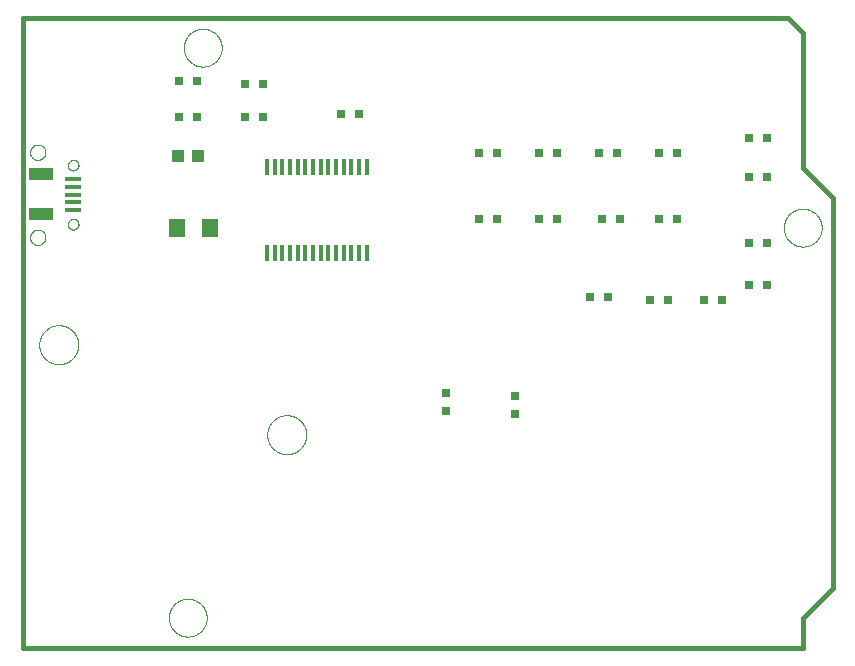
<source format=gtp>
G75*
%MOIN*%
%OFA0B0*%
%FSLAX25Y25*%
%IPPOS*%
%LPD*%
%AMOC8*
5,1,8,0,0,1.08239X$1,22.5*
%
%ADD10C,0.01600*%
%ADD11C,0.00000*%
%ADD12R,0.03150X0.03150*%
%ADD13R,0.05512X0.06299*%
%ADD14R,0.04331X0.03937*%
%ADD15R,0.01370X0.05500*%
%ADD16R,0.05315X0.01378*%
%ADD17R,0.08268X0.04331*%
D10*
X0027000Y0006800D02*
X0027000Y0216800D01*
X0282000Y0216800D01*
X0287000Y0211800D01*
X0287000Y0166800D01*
X0297000Y0156800D01*
X0297000Y0026800D01*
X0287000Y0016800D01*
X0287000Y0006800D01*
X0027000Y0006800D01*
D11*
X0075701Y0016800D02*
X0075703Y0016958D01*
X0075709Y0017116D01*
X0075719Y0017274D01*
X0075733Y0017432D01*
X0075751Y0017589D01*
X0075772Y0017746D01*
X0075798Y0017902D01*
X0075828Y0018058D01*
X0075861Y0018213D01*
X0075899Y0018366D01*
X0075940Y0018519D01*
X0075985Y0018671D01*
X0076034Y0018822D01*
X0076087Y0018971D01*
X0076143Y0019119D01*
X0076203Y0019265D01*
X0076267Y0019410D01*
X0076335Y0019553D01*
X0076406Y0019695D01*
X0076480Y0019835D01*
X0076558Y0019972D01*
X0076640Y0020108D01*
X0076724Y0020242D01*
X0076813Y0020373D01*
X0076904Y0020502D01*
X0076999Y0020629D01*
X0077096Y0020754D01*
X0077197Y0020876D01*
X0077301Y0020995D01*
X0077408Y0021112D01*
X0077518Y0021226D01*
X0077631Y0021337D01*
X0077746Y0021446D01*
X0077864Y0021551D01*
X0077985Y0021653D01*
X0078108Y0021753D01*
X0078234Y0021849D01*
X0078362Y0021942D01*
X0078492Y0022032D01*
X0078625Y0022118D01*
X0078760Y0022202D01*
X0078896Y0022281D01*
X0079035Y0022358D01*
X0079176Y0022430D01*
X0079318Y0022500D01*
X0079462Y0022565D01*
X0079608Y0022627D01*
X0079755Y0022685D01*
X0079904Y0022740D01*
X0080054Y0022791D01*
X0080205Y0022838D01*
X0080357Y0022881D01*
X0080510Y0022920D01*
X0080665Y0022956D01*
X0080820Y0022987D01*
X0080976Y0023015D01*
X0081132Y0023039D01*
X0081289Y0023059D01*
X0081447Y0023075D01*
X0081604Y0023087D01*
X0081763Y0023095D01*
X0081921Y0023099D01*
X0082079Y0023099D01*
X0082237Y0023095D01*
X0082396Y0023087D01*
X0082553Y0023075D01*
X0082711Y0023059D01*
X0082868Y0023039D01*
X0083024Y0023015D01*
X0083180Y0022987D01*
X0083335Y0022956D01*
X0083490Y0022920D01*
X0083643Y0022881D01*
X0083795Y0022838D01*
X0083946Y0022791D01*
X0084096Y0022740D01*
X0084245Y0022685D01*
X0084392Y0022627D01*
X0084538Y0022565D01*
X0084682Y0022500D01*
X0084824Y0022430D01*
X0084965Y0022358D01*
X0085104Y0022281D01*
X0085240Y0022202D01*
X0085375Y0022118D01*
X0085508Y0022032D01*
X0085638Y0021942D01*
X0085766Y0021849D01*
X0085892Y0021753D01*
X0086015Y0021653D01*
X0086136Y0021551D01*
X0086254Y0021446D01*
X0086369Y0021337D01*
X0086482Y0021226D01*
X0086592Y0021112D01*
X0086699Y0020995D01*
X0086803Y0020876D01*
X0086904Y0020754D01*
X0087001Y0020629D01*
X0087096Y0020502D01*
X0087187Y0020373D01*
X0087276Y0020242D01*
X0087360Y0020108D01*
X0087442Y0019972D01*
X0087520Y0019835D01*
X0087594Y0019695D01*
X0087665Y0019553D01*
X0087733Y0019410D01*
X0087797Y0019265D01*
X0087857Y0019119D01*
X0087913Y0018971D01*
X0087966Y0018822D01*
X0088015Y0018671D01*
X0088060Y0018519D01*
X0088101Y0018366D01*
X0088139Y0018213D01*
X0088172Y0018058D01*
X0088202Y0017902D01*
X0088228Y0017746D01*
X0088249Y0017589D01*
X0088267Y0017432D01*
X0088281Y0017274D01*
X0088291Y0017116D01*
X0088297Y0016958D01*
X0088299Y0016800D01*
X0088297Y0016642D01*
X0088291Y0016484D01*
X0088281Y0016326D01*
X0088267Y0016168D01*
X0088249Y0016011D01*
X0088228Y0015854D01*
X0088202Y0015698D01*
X0088172Y0015542D01*
X0088139Y0015387D01*
X0088101Y0015234D01*
X0088060Y0015081D01*
X0088015Y0014929D01*
X0087966Y0014778D01*
X0087913Y0014629D01*
X0087857Y0014481D01*
X0087797Y0014335D01*
X0087733Y0014190D01*
X0087665Y0014047D01*
X0087594Y0013905D01*
X0087520Y0013765D01*
X0087442Y0013628D01*
X0087360Y0013492D01*
X0087276Y0013358D01*
X0087187Y0013227D01*
X0087096Y0013098D01*
X0087001Y0012971D01*
X0086904Y0012846D01*
X0086803Y0012724D01*
X0086699Y0012605D01*
X0086592Y0012488D01*
X0086482Y0012374D01*
X0086369Y0012263D01*
X0086254Y0012154D01*
X0086136Y0012049D01*
X0086015Y0011947D01*
X0085892Y0011847D01*
X0085766Y0011751D01*
X0085638Y0011658D01*
X0085508Y0011568D01*
X0085375Y0011482D01*
X0085240Y0011398D01*
X0085104Y0011319D01*
X0084965Y0011242D01*
X0084824Y0011170D01*
X0084682Y0011100D01*
X0084538Y0011035D01*
X0084392Y0010973D01*
X0084245Y0010915D01*
X0084096Y0010860D01*
X0083946Y0010809D01*
X0083795Y0010762D01*
X0083643Y0010719D01*
X0083490Y0010680D01*
X0083335Y0010644D01*
X0083180Y0010613D01*
X0083024Y0010585D01*
X0082868Y0010561D01*
X0082711Y0010541D01*
X0082553Y0010525D01*
X0082396Y0010513D01*
X0082237Y0010505D01*
X0082079Y0010501D01*
X0081921Y0010501D01*
X0081763Y0010505D01*
X0081604Y0010513D01*
X0081447Y0010525D01*
X0081289Y0010541D01*
X0081132Y0010561D01*
X0080976Y0010585D01*
X0080820Y0010613D01*
X0080665Y0010644D01*
X0080510Y0010680D01*
X0080357Y0010719D01*
X0080205Y0010762D01*
X0080054Y0010809D01*
X0079904Y0010860D01*
X0079755Y0010915D01*
X0079608Y0010973D01*
X0079462Y0011035D01*
X0079318Y0011100D01*
X0079176Y0011170D01*
X0079035Y0011242D01*
X0078896Y0011319D01*
X0078760Y0011398D01*
X0078625Y0011482D01*
X0078492Y0011568D01*
X0078362Y0011658D01*
X0078234Y0011751D01*
X0078108Y0011847D01*
X0077985Y0011947D01*
X0077864Y0012049D01*
X0077746Y0012154D01*
X0077631Y0012263D01*
X0077518Y0012374D01*
X0077408Y0012488D01*
X0077301Y0012605D01*
X0077197Y0012724D01*
X0077096Y0012846D01*
X0076999Y0012971D01*
X0076904Y0013098D01*
X0076813Y0013227D01*
X0076724Y0013358D01*
X0076640Y0013492D01*
X0076558Y0013628D01*
X0076480Y0013765D01*
X0076406Y0013905D01*
X0076335Y0014047D01*
X0076267Y0014190D01*
X0076203Y0014335D01*
X0076143Y0014481D01*
X0076087Y0014629D01*
X0076034Y0014778D01*
X0075985Y0014929D01*
X0075940Y0015081D01*
X0075899Y0015234D01*
X0075861Y0015387D01*
X0075828Y0015542D01*
X0075798Y0015698D01*
X0075772Y0015854D01*
X0075751Y0016011D01*
X0075733Y0016168D01*
X0075719Y0016326D01*
X0075709Y0016484D01*
X0075703Y0016642D01*
X0075701Y0016800D01*
X0108500Y0077800D02*
X0108502Y0077961D01*
X0108508Y0078121D01*
X0108518Y0078282D01*
X0108532Y0078442D01*
X0108550Y0078602D01*
X0108571Y0078761D01*
X0108597Y0078920D01*
X0108627Y0079078D01*
X0108660Y0079235D01*
X0108698Y0079392D01*
X0108739Y0079547D01*
X0108784Y0079701D01*
X0108833Y0079854D01*
X0108886Y0080006D01*
X0108942Y0080157D01*
X0109003Y0080306D01*
X0109066Y0080454D01*
X0109134Y0080600D01*
X0109205Y0080744D01*
X0109279Y0080886D01*
X0109357Y0081027D01*
X0109439Y0081165D01*
X0109524Y0081302D01*
X0109612Y0081436D01*
X0109704Y0081568D01*
X0109799Y0081698D01*
X0109897Y0081826D01*
X0109998Y0081951D01*
X0110102Y0082073D01*
X0110209Y0082193D01*
X0110319Y0082310D01*
X0110432Y0082425D01*
X0110548Y0082536D01*
X0110667Y0082645D01*
X0110788Y0082750D01*
X0110912Y0082853D01*
X0111038Y0082953D01*
X0111166Y0083049D01*
X0111297Y0083142D01*
X0111431Y0083232D01*
X0111566Y0083319D01*
X0111704Y0083402D01*
X0111843Y0083482D01*
X0111985Y0083558D01*
X0112128Y0083631D01*
X0112273Y0083700D01*
X0112420Y0083766D01*
X0112568Y0083828D01*
X0112718Y0083886D01*
X0112869Y0083941D01*
X0113022Y0083992D01*
X0113176Y0084039D01*
X0113331Y0084082D01*
X0113487Y0084121D01*
X0113643Y0084157D01*
X0113801Y0084188D01*
X0113959Y0084216D01*
X0114118Y0084240D01*
X0114278Y0084260D01*
X0114438Y0084276D01*
X0114598Y0084288D01*
X0114759Y0084296D01*
X0114920Y0084300D01*
X0115080Y0084300D01*
X0115241Y0084296D01*
X0115402Y0084288D01*
X0115562Y0084276D01*
X0115722Y0084260D01*
X0115882Y0084240D01*
X0116041Y0084216D01*
X0116199Y0084188D01*
X0116357Y0084157D01*
X0116513Y0084121D01*
X0116669Y0084082D01*
X0116824Y0084039D01*
X0116978Y0083992D01*
X0117131Y0083941D01*
X0117282Y0083886D01*
X0117432Y0083828D01*
X0117580Y0083766D01*
X0117727Y0083700D01*
X0117872Y0083631D01*
X0118015Y0083558D01*
X0118157Y0083482D01*
X0118296Y0083402D01*
X0118434Y0083319D01*
X0118569Y0083232D01*
X0118703Y0083142D01*
X0118834Y0083049D01*
X0118962Y0082953D01*
X0119088Y0082853D01*
X0119212Y0082750D01*
X0119333Y0082645D01*
X0119452Y0082536D01*
X0119568Y0082425D01*
X0119681Y0082310D01*
X0119791Y0082193D01*
X0119898Y0082073D01*
X0120002Y0081951D01*
X0120103Y0081826D01*
X0120201Y0081698D01*
X0120296Y0081568D01*
X0120388Y0081436D01*
X0120476Y0081302D01*
X0120561Y0081165D01*
X0120643Y0081027D01*
X0120721Y0080886D01*
X0120795Y0080744D01*
X0120866Y0080600D01*
X0120934Y0080454D01*
X0120997Y0080306D01*
X0121058Y0080157D01*
X0121114Y0080006D01*
X0121167Y0079854D01*
X0121216Y0079701D01*
X0121261Y0079547D01*
X0121302Y0079392D01*
X0121340Y0079235D01*
X0121373Y0079078D01*
X0121403Y0078920D01*
X0121429Y0078761D01*
X0121450Y0078602D01*
X0121468Y0078442D01*
X0121482Y0078282D01*
X0121492Y0078121D01*
X0121498Y0077961D01*
X0121500Y0077800D01*
X0121498Y0077639D01*
X0121492Y0077479D01*
X0121482Y0077318D01*
X0121468Y0077158D01*
X0121450Y0076998D01*
X0121429Y0076839D01*
X0121403Y0076680D01*
X0121373Y0076522D01*
X0121340Y0076365D01*
X0121302Y0076208D01*
X0121261Y0076053D01*
X0121216Y0075899D01*
X0121167Y0075746D01*
X0121114Y0075594D01*
X0121058Y0075443D01*
X0120997Y0075294D01*
X0120934Y0075146D01*
X0120866Y0075000D01*
X0120795Y0074856D01*
X0120721Y0074714D01*
X0120643Y0074573D01*
X0120561Y0074435D01*
X0120476Y0074298D01*
X0120388Y0074164D01*
X0120296Y0074032D01*
X0120201Y0073902D01*
X0120103Y0073774D01*
X0120002Y0073649D01*
X0119898Y0073527D01*
X0119791Y0073407D01*
X0119681Y0073290D01*
X0119568Y0073175D01*
X0119452Y0073064D01*
X0119333Y0072955D01*
X0119212Y0072850D01*
X0119088Y0072747D01*
X0118962Y0072647D01*
X0118834Y0072551D01*
X0118703Y0072458D01*
X0118569Y0072368D01*
X0118434Y0072281D01*
X0118296Y0072198D01*
X0118157Y0072118D01*
X0118015Y0072042D01*
X0117872Y0071969D01*
X0117727Y0071900D01*
X0117580Y0071834D01*
X0117432Y0071772D01*
X0117282Y0071714D01*
X0117131Y0071659D01*
X0116978Y0071608D01*
X0116824Y0071561D01*
X0116669Y0071518D01*
X0116513Y0071479D01*
X0116357Y0071443D01*
X0116199Y0071412D01*
X0116041Y0071384D01*
X0115882Y0071360D01*
X0115722Y0071340D01*
X0115562Y0071324D01*
X0115402Y0071312D01*
X0115241Y0071304D01*
X0115080Y0071300D01*
X0114920Y0071300D01*
X0114759Y0071304D01*
X0114598Y0071312D01*
X0114438Y0071324D01*
X0114278Y0071340D01*
X0114118Y0071360D01*
X0113959Y0071384D01*
X0113801Y0071412D01*
X0113643Y0071443D01*
X0113487Y0071479D01*
X0113331Y0071518D01*
X0113176Y0071561D01*
X0113022Y0071608D01*
X0112869Y0071659D01*
X0112718Y0071714D01*
X0112568Y0071772D01*
X0112420Y0071834D01*
X0112273Y0071900D01*
X0112128Y0071969D01*
X0111985Y0072042D01*
X0111843Y0072118D01*
X0111704Y0072198D01*
X0111566Y0072281D01*
X0111431Y0072368D01*
X0111297Y0072458D01*
X0111166Y0072551D01*
X0111038Y0072647D01*
X0110912Y0072747D01*
X0110788Y0072850D01*
X0110667Y0072955D01*
X0110548Y0073064D01*
X0110432Y0073175D01*
X0110319Y0073290D01*
X0110209Y0073407D01*
X0110102Y0073527D01*
X0109998Y0073649D01*
X0109897Y0073774D01*
X0109799Y0073902D01*
X0109704Y0074032D01*
X0109612Y0074164D01*
X0109524Y0074298D01*
X0109439Y0074435D01*
X0109357Y0074573D01*
X0109279Y0074714D01*
X0109205Y0074856D01*
X0109134Y0075000D01*
X0109066Y0075146D01*
X0109003Y0075294D01*
X0108942Y0075443D01*
X0108886Y0075594D01*
X0108833Y0075746D01*
X0108784Y0075899D01*
X0108739Y0076053D01*
X0108698Y0076208D01*
X0108660Y0076365D01*
X0108627Y0076522D01*
X0108597Y0076680D01*
X0108571Y0076839D01*
X0108550Y0076998D01*
X0108532Y0077158D01*
X0108518Y0077318D01*
X0108508Y0077479D01*
X0108502Y0077639D01*
X0108500Y0077800D01*
X0032500Y0107800D02*
X0032502Y0107961D01*
X0032508Y0108121D01*
X0032518Y0108282D01*
X0032532Y0108442D01*
X0032550Y0108602D01*
X0032571Y0108761D01*
X0032597Y0108920D01*
X0032627Y0109078D01*
X0032660Y0109235D01*
X0032698Y0109392D01*
X0032739Y0109547D01*
X0032784Y0109701D01*
X0032833Y0109854D01*
X0032886Y0110006D01*
X0032942Y0110157D01*
X0033003Y0110306D01*
X0033066Y0110454D01*
X0033134Y0110600D01*
X0033205Y0110744D01*
X0033279Y0110886D01*
X0033357Y0111027D01*
X0033439Y0111165D01*
X0033524Y0111302D01*
X0033612Y0111436D01*
X0033704Y0111568D01*
X0033799Y0111698D01*
X0033897Y0111826D01*
X0033998Y0111951D01*
X0034102Y0112073D01*
X0034209Y0112193D01*
X0034319Y0112310D01*
X0034432Y0112425D01*
X0034548Y0112536D01*
X0034667Y0112645D01*
X0034788Y0112750D01*
X0034912Y0112853D01*
X0035038Y0112953D01*
X0035166Y0113049D01*
X0035297Y0113142D01*
X0035431Y0113232D01*
X0035566Y0113319D01*
X0035704Y0113402D01*
X0035843Y0113482D01*
X0035985Y0113558D01*
X0036128Y0113631D01*
X0036273Y0113700D01*
X0036420Y0113766D01*
X0036568Y0113828D01*
X0036718Y0113886D01*
X0036869Y0113941D01*
X0037022Y0113992D01*
X0037176Y0114039D01*
X0037331Y0114082D01*
X0037487Y0114121D01*
X0037643Y0114157D01*
X0037801Y0114188D01*
X0037959Y0114216D01*
X0038118Y0114240D01*
X0038278Y0114260D01*
X0038438Y0114276D01*
X0038598Y0114288D01*
X0038759Y0114296D01*
X0038920Y0114300D01*
X0039080Y0114300D01*
X0039241Y0114296D01*
X0039402Y0114288D01*
X0039562Y0114276D01*
X0039722Y0114260D01*
X0039882Y0114240D01*
X0040041Y0114216D01*
X0040199Y0114188D01*
X0040357Y0114157D01*
X0040513Y0114121D01*
X0040669Y0114082D01*
X0040824Y0114039D01*
X0040978Y0113992D01*
X0041131Y0113941D01*
X0041282Y0113886D01*
X0041432Y0113828D01*
X0041580Y0113766D01*
X0041727Y0113700D01*
X0041872Y0113631D01*
X0042015Y0113558D01*
X0042157Y0113482D01*
X0042296Y0113402D01*
X0042434Y0113319D01*
X0042569Y0113232D01*
X0042703Y0113142D01*
X0042834Y0113049D01*
X0042962Y0112953D01*
X0043088Y0112853D01*
X0043212Y0112750D01*
X0043333Y0112645D01*
X0043452Y0112536D01*
X0043568Y0112425D01*
X0043681Y0112310D01*
X0043791Y0112193D01*
X0043898Y0112073D01*
X0044002Y0111951D01*
X0044103Y0111826D01*
X0044201Y0111698D01*
X0044296Y0111568D01*
X0044388Y0111436D01*
X0044476Y0111302D01*
X0044561Y0111165D01*
X0044643Y0111027D01*
X0044721Y0110886D01*
X0044795Y0110744D01*
X0044866Y0110600D01*
X0044934Y0110454D01*
X0044997Y0110306D01*
X0045058Y0110157D01*
X0045114Y0110006D01*
X0045167Y0109854D01*
X0045216Y0109701D01*
X0045261Y0109547D01*
X0045302Y0109392D01*
X0045340Y0109235D01*
X0045373Y0109078D01*
X0045403Y0108920D01*
X0045429Y0108761D01*
X0045450Y0108602D01*
X0045468Y0108442D01*
X0045482Y0108282D01*
X0045492Y0108121D01*
X0045498Y0107961D01*
X0045500Y0107800D01*
X0045498Y0107639D01*
X0045492Y0107479D01*
X0045482Y0107318D01*
X0045468Y0107158D01*
X0045450Y0106998D01*
X0045429Y0106839D01*
X0045403Y0106680D01*
X0045373Y0106522D01*
X0045340Y0106365D01*
X0045302Y0106208D01*
X0045261Y0106053D01*
X0045216Y0105899D01*
X0045167Y0105746D01*
X0045114Y0105594D01*
X0045058Y0105443D01*
X0044997Y0105294D01*
X0044934Y0105146D01*
X0044866Y0105000D01*
X0044795Y0104856D01*
X0044721Y0104714D01*
X0044643Y0104573D01*
X0044561Y0104435D01*
X0044476Y0104298D01*
X0044388Y0104164D01*
X0044296Y0104032D01*
X0044201Y0103902D01*
X0044103Y0103774D01*
X0044002Y0103649D01*
X0043898Y0103527D01*
X0043791Y0103407D01*
X0043681Y0103290D01*
X0043568Y0103175D01*
X0043452Y0103064D01*
X0043333Y0102955D01*
X0043212Y0102850D01*
X0043088Y0102747D01*
X0042962Y0102647D01*
X0042834Y0102551D01*
X0042703Y0102458D01*
X0042569Y0102368D01*
X0042434Y0102281D01*
X0042296Y0102198D01*
X0042157Y0102118D01*
X0042015Y0102042D01*
X0041872Y0101969D01*
X0041727Y0101900D01*
X0041580Y0101834D01*
X0041432Y0101772D01*
X0041282Y0101714D01*
X0041131Y0101659D01*
X0040978Y0101608D01*
X0040824Y0101561D01*
X0040669Y0101518D01*
X0040513Y0101479D01*
X0040357Y0101443D01*
X0040199Y0101412D01*
X0040041Y0101384D01*
X0039882Y0101360D01*
X0039722Y0101340D01*
X0039562Y0101324D01*
X0039402Y0101312D01*
X0039241Y0101304D01*
X0039080Y0101300D01*
X0038920Y0101300D01*
X0038759Y0101304D01*
X0038598Y0101312D01*
X0038438Y0101324D01*
X0038278Y0101340D01*
X0038118Y0101360D01*
X0037959Y0101384D01*
X0037801Y0101412D01*
X0037643Y0101443D01*
X0037487Y0101479D01*
X0037331Y0101518D01*
X0037176Y0101561D01*
X0037022Y0101608D01*
X0036869Y0101659D01*
X0036718Y0101714D01*
X0036568Y0101772D01*
X0036420Y0101834D01*
X0036273Y0101900D01*
X0036128Y0101969D01*
X0035985Y0102042D01*
X0035843Y0102118D01*
X0035704Y0102198D01*
X0035566Y0102281D01*
X0035431Y0102368D01*
X0035297Y0102458D01*
X0035166Y0102551D01*
X0035038Y0102647D01*
X0034912Y0102747D01*
X0034788Y0102850D01*
X0034667Y0102955D01*
X0034548Y0103064D01*
X0034432Y0103175D01*
X0034319Y0103290D01*
X0034209Y0103407D01*
X0034102Y0103527D01*
X0033998Y0103649D01*
X0033897Y0103774D01*
X0033799Y0103902D01*
X0033704Y0104032D01*
X0033612Y0104164D01*
X0033524Y0104298D01*
X0033439Y0104435D01*
X0033357Y0104573D01*
X0033279Y0104714D01*
X0033205Y0104856D01*
X0033134Y0105000D01*
X0033066Y0105146D01*
X0033003Y0105294D01*
X0032942Y0105443D01*
X0032886Y0105594D01*
X0032833Y0105746D01*
X0032784Y0105899D01*
X0032739Y0106053D01*
X0032698Y0106208D01*
X0032660Y0106365D01*
X0032627Y0106522D01*
X0032597Y0106680D01*
X0032571Y0106839D01*
X0032550Y0106998D01*
X0032532Y0107158D01*
X0032518Y0107318D01*
X0032508Y0107479D01*
X0032502Y0107639D01*
X0032500Y0107800D01*
X0029441Y0143627D02*
X0029443Y0143728D01*
X0029449Y0143829D01*
X0029459Y0143930D01*
X0029473Y0144030D01*
X0029491Y0144129D01*
X0029513Y0144228D01*
X0029538Y0144326D01*
X0029568Y0144423D01*
X0029601Y0144518D01*
X0029638Y0144612D01*
X0029679Y0144705D01*
X0029723Y0144796D01*
X0029771Y0144885D01*
X0029823Y0144972D01*
X0029878Y0145057D01*
X0029936Y0145139D01*
X0029997Y0145220D01*
X0030062Y0145298D01*
X0030129Y0145373D01*
X0030199Y0145445D01*
X0030273Y0145515D01*
X0030349Y0145582D01*
X0030427Y0145646D01*
X0030508Y0145706D01*
X0030591Y0145763D01*
X0030677Y0145817D01*
X0030765Y0145868D01*
X0030854Y0145915D01*
X0030945Y0145959D01*
X0031038Y0145998D01*
X0031133Y0146035D01*
X0031228Y0146067D01*
X0031325Y0146096D01*
X0031424Y0146120D01*
X0031522Y0146141D01*
X0031622Y0146158D01*
X0031722Y0146171D01*
X0031823Y0146180D01*
X0031924Y0146185D01*
X0032025Y0146186D01*
X0032126Y0146183D01*
X0032227Y0146176D01*
X0032328Y0146165D01*
X0032428Y0146150D01*
X0032527Y0146131D01*
X0032626Y0146108D01*
X0032723Y0146082D01*
X0032820Y0146051D01*
X0032915Y0146017D01*
X0033008Y0145979D01*
X0033101Y0145937D01*
X0033191Y0145892D01*
X0033280Y0145843D01*
X0033366Y0145791D01*
X0033450Y0145735D01*
X0033533Y0145676D01*
X0033612Y0145614D01*
X0033690Y0145549D01*
X0033764Y0145481D01*
X0033836Y0145409D01*
X0033905Y0145336D01*
X0033971Y0145259D01*
X0034034Y0145180D01*
X0034094Y0145098D01*
X0034150Y0145014D01*
X0034203Y0144928D01*
X0034253Y0144840D01*
X0034299Y0144750D01*
X0034342Y0144659D01*
X0034381Y0144565D01*
X0034416Y0144470D01*
X0034447Y0144374D01*
X0034475Y0144277D01*
X0034499Y0144179D01*
X0034519Y0144080D01*
X0034535Y0143980D01*
X0034547Y0143879D01*
X0034555Y0143779D01*
X0034559Y0143678D01*
X0034559Y0143576D01*
X0034555Y0143475D01*
X0034547Y0143375D01*
X0034535Y0143274D01*
X0034519Y0143174D01*
X0034499Y0143075D01*
X0034475Y0142977D01*
X0034447Y0142880D01*
X0034416Y0142784D01*
X0034381Y0142689D01*
X0034342Y0142595D01*
X0034299Y0142504D01*
X0034253Y0142414D01*
X0034203Y0142326D01*
X0034150Y0142240D01*
X0034094Y0142156D01*
X0034034Y0142074D01*
X0033971Y0141995D01*
X0033905Y0141918D01*
X0033836Y0141845D01*
X0033764Y0141773D01*
X0033690Y0141705D01*
X0033612Y0141640D01*
X0033533Y0141578D01*
X0033450Y0141519D01*
X0033366Y0141463D01*
X0033279Y0141411D01*
X0033191Y0141362D01*
X0033101Y0141317D01*
X0033008Y0141275D01*
X0032915Y0141237D01*
X0032820Y0141203D01*
X0032723Y0141172D01*
X0032626Y0141146D01*
X0032527Y0141123D01*
X0032428Y0141104D01*
X0032328Y0141089D01*
X0032227Y0141078D01*
X0032126Y0141071D01*
X0032025Y0141068D01*
X0031924Y0141069D01*
X0031823Y0141074D01*
X0031722Y0141083D01*
X0031622Y0141096D01*
X0031522Y0141113D01*
X0031424Y0141134D01*
X0031325Y0141158D01*
X0031228Y0141187D01*
X0031133Y0141219D01*
X0031038Y0141256D01*
X0030945Y0141295D01*
X0030854Y0141339D01*
X0030765Y0141386D01*
X0030677Y0141437D01*
X0030591Y0141491D01*
X0030508Y0141548D01*
X0030427Y0141608D01*
X0030349Y0141672D01*
X0030273Y0141739D01*
X0030199Y0141809D01*
X0030129Y0141881D01*
X0030062Y0141956D01*
X0029997Y0142034D01*
X0029936Y0142115D01*
X0029878Y0142197D01*
X0029823Y0142282D01*
X0029771Y0142369D01*
X0029723Y0142458D01*
X0029679Y0142549D01*
X0029638Y0142642D01*
X0029601Y0142736D01*
X0029568Y0142831D01*
X0029538Y0142928D01*
X0029513Y0143026D01*
X0029491Y0143125D01*
X0029473Y0143224D01*
X0029459Y0143324D01*
X0029449Y0143425D01*
X0029443Y0143526D01*
X0029441Y0143627D01*
X0042039Y0147957D02*
X0042041Y0148041D01*
X0042047Y0148124D01*
X0042057Y0148207D01*
X0042071Y0148290D01*
X0042088Y0148372D01*
X0042110Y0148453D01*
X0042135Y0148532D01*
X0042164Y0148611D01*
X0042197Y0148688D01*
X0042233Y0148763D01*
X0042273Y0148837D01*
X0042316Y0148909D01*
X0042363Y0148978D01*
X0042413Y0149045D01*
X0042466Y0149110D01*
X0042522Y0149172D01*
X0042580Y0149232D01*
X0042642Y0149289D01*
X0042706Y0149342D01*
X0042773Y0149393D01*
X0042842Y0149440D01*
X0042913Y0149485D01*
X0042986Y0149525D01*
X0043061Y0149562D01*
X0043138Y0149596D01*
X0043216Y0149626D01*
X0043295Y0149652D01*
X0043376Y0149675D01*
X0043458Y0149693D01*
X0043540Y0149708D01*
X0043623Y0149719D01*
X0043706Y0149726D01*
X0043790Y0149729D01*
X0043874Y0149728D01*
X0043957Y0149723D01*
X0044041Y0149714D01*
X0044123Y0149701D01*
X0044205Y0149685D01*
X0044286Y0149664D01*
X0044367Y0149640D01*
X0044445Y0149612D01*
X0044523Y0149580D01*
X0044599Y0149544D01*
X0044673Y0149505D01*
X0044745Y0149463D01*
X0044815Y0149417D01*
X0044883Y0149368D01*
X0044948Y0149316D01*
X0045011Y0149261D01*
X0045071Y0149203D01*
X0045129Y0149142D01*
X0045183Y0149078D01*
X0045235Y0149012D01*
X0045283Y0148944D01*
X0045328Y0148873D01*
X0045369Y0148800D01*
X0045408Y0148726D01*
X0045442Y0148650D01*
X0045473Y0148572D01*
X0045500Y0148493D01*
X0045524Y0148412D01*
X0045543Y0148331D01*
X0045559Y0148249D01*
X0045571Y0148166D01*
X0045579Y0148082D01*
X0045583Y0147999D01*
X0045583Y0147915D01*
X0045579Y0147832D01*
X0045571Y0147748D01*
X0045559Y0147665D01*
X0045543Y0147583D01*
X0045524Y0147502D01*
X0045500Y0147421D01*
X0045473Y0147342D01*
X0045442Y0147264D01*
X0045408Y0147188D01*
X0045369Y0147114D01*
X0045328Y0147041D01*
X0045283Y0146970D01*
X0045235Y0146902D01*
X0045183Y0146836D01*
X0045129Y0146772D01*
X0045071Y0146711D01*
X0045011Y0146653D01*
X0044948Y0146598D01*
X0044883Y0146546D01*
X0044815Y0146497D01*
X0044745Y0146451D01*
X0044673Y0146409D01*
X0044599Y0146370D01*
X0044523Y0146334D01*
X0044445Y0146302D01*
X0044367Y0146274D01*
X0044286Y0146250D01*
X0044205Y0146229D01*
X0044123Y0146213D01*
X0044041Y0146200D01*
X0043957Y0146191D01*
X0043874Y0146186D01*
X0043790Y0146185D01*
X0043706Y0146188D01*
X0043623Y0146195D01*
X0043540Y0146206D01*
X0043458Y0146221D01*
X0043376Y0146239D01*
X0043295Y0146262D01*
X0043216Y0146288D01*
X0043138Y0146318D01*
X0043061Y0146352D01*
X0042986Y0146389D01*
X0042913Y0146429D01*
X0042842Y0146474D01*
X0042773Y0146521D01*
X0042706Y0146572D01*
X0042642Y0146625D01*
X0042580Y0146682D01*
X0042522Y0146742D01*
X0042466Y0146804D01*
X0042413Y0146869D01*
X0042363Y0146936D01*
X0042316Y0147005D01*
X0042273Y0147077D01*
X0042233Y0147151D01*
X0042197Y0147226D01*
X0042164Y0147303D01*
X0042135Y0147382D01*
X0042110Y0147461D01*
X0042088Y0147542D01*
X0042071Y0147624D01*
X0042057Y0147707D01*
X0042047Y0147790D01*
X0042041Y0147873D01*
X0042039Y0147957D01*
X0042039Y0167643D02*
X0042041Y0167727D01*
X0042047Y0167810D01*
X0042057Y0167893D01*
X0042071Y0167976D01*
X0042088Y0168058D01*
X0042110Y0168139D01*
X0042135Y0168218D01*
X0042164Y0168297D01*
X0042197Y0168374D01*
X0042233Y0168449D01*
X0042273Y0168523D01*
X0042316Y0168595D01*
X0042363Y0168664D01*
X0042413Y0168731D01*
X0042466Y0168796D01*
X0042522Y0168858D01*
X0042580Y0168918D01*
X0042642Y0168975D01*
X0042706Y0169028D01*
X0042773Y0169079D01*
X0042842Y0169126D01*
X0042913Y0169171D01*
X0042986Y0169211D01*
X0043061Y0169248D01*
X0043138Y0169282D01*
X0043216Y0169312D01*
X0043295Y0169338D01*
X0043376Y0169361D01*
X0043458Y0169379D01*
X0043540Y0169394D01*
X0043623Y0169405D01*
X0043706Y0169412D01*
X0043790Y0169415D01*
X0043874Y0169414D01*
X0043957Y0169409D01*
X0044041Y0169400D01*
X0044123Y0169387D01*
X0044205Y0169371D01*
X0044286Y0169350D01*
X0044367Y0169326D01*
X0044445Y0169298D01*
X0044523Y0169266D01*
X0044599Y0169230D01*
X0044673Y0169191D01*
X0044745Y0169149D01*
X0044815Y0169103D01*
X0044883Y0169054D01*
X0044948Y0169002D01*
X0045011Y0168947D01*
X0045071Y0168889D01*
X0045129Y0168828D01*
X0045183Y0168764D01*
X0045235Y0168698D01*
X0045283Y0168630D01*
X0045328Y0168559D01*
X0045369Y0168486D01*
X0045408Y0168412D01*
X0045442Y0168336D01*
X0045473Y0168258D01*
X0045500Y0168179D01*
X0045524Y0168098D01*
X0045543Y0168017D01*
X0045559Y0167935D01*
X0045571Y0167852D01*
X0045579Y0167768D01*
X0045583Y0167685D01*
X0045583Y0167601D01*
X0045579Y0167518D01*
X0045571Y0167434D01*
X0045559Y0167351D01*
X0045543Y0167269D01*
X0045524Y0167188D01*
X0045500Y0167107D01*
X0045473Y0167028D01*
X0045442Y0166950D01*
X0045408Y0166874D01*
X0045369Y0166800D01*
X0045328Y0166727D01*
X0045283Y0166656D01*
X0045235Y0166588D01*
X0045183Y0166522D01*
X0045129Y0166458D01*
X0045071Y0166397D01*
X0045011Y0166339D01*
X0044948Y0166284D01*
X0044883Y0166232D01*
X0044815Y0166183D01*
X0044745Y0166137D01*
X0044673Y0166095D01*
X0044599Y0166056D01*
X0044523Y0166020D01*
X0044445Y0165988D01*
X0044367Y0165960D01*
X0044286Y0165936D01*
X0044205Y0165915D01*
X0044123Y0165899D01*
X0044041Y0165886D01*
X0043957Y0165877D01*
X0043874Y0165872D01*
X0043790Y0165871D01*
X0043706Y0165874D01*
X0043623Y0165881D01*
X0043540Y0165892D01*
X0043458Y0165907D01*
X0043376Y0165925D01*
X0043295Y0165948D01*
X0043216Y0165974D01*
X0043138Y0166004D01*
X0043061Y0166038D01*
X0042986Y0166075D01*
X0042913Y0166115D01*
X0042842Y0166160D01*
X0042773Y0166207D01*
X0042706Y0166258D01*
X0042642Y0166311D01*
X0042580Y0166368D01*
X0042522Y0166428D01*
X0042466Y0166490D01*
X0042413Y0166555D01*
X0042363Y0166622D01*
X0042316Y0166691D01*
X0042273Y0166763D01*
X0042233Y0166837D01*
X0042197Y0166912D01*
X0042164Y0166989D01*
X0042135Y0167068D01*
X0042110Y0167147D01*
X0042088Y0167228D01*
X0042071Y0167310D01*
X0042057Y0167393D01*
X0042047Y0167476D01*
X0042041Y0167559D01*
X0042039Y0167643D01*
X0029441Y0171973D02*
X0029443Y0172074D01*
X0029449Y0172175D01*
X0029459Y0172276D01*
X0029473Y0172376D01*
X0029491Y0172475D01*
X0029513Y0172574D01*
X0029538Y0172672D01*
X0029568Y0172769D01*
X0029601Y0172864D01*
X0029638Y0172958D01*
X0029679Y0173051D01*
X0029723Y0173142D01*
X0029771Y0173231D01*
X0029823Y0173318D01*
X0029878Y0173403D01*
X0029936Y0173485D01*
X0029997Y0173566D01*
X0030062Y0173644D01*
X0030129Y0173719D01*
X0030199Y0173791D01*
X0030273Y0173861D01*
X0030349Y0173928D01*
X0030427Y0173992D01*
X0030508Y0174052D01*
X0030591Y0174109D01*
X0030677Y0174163D01*
X0030765Y0174214D01*
X0030854Y0174261D01*
X0030945Y0174305D01*
X0031038Y0174344D01*
X0031133Y0174381D01*
X0031228Y0174413D01*
X0031325Y0174442D01*
X0031424Y0174466D01*
X0031522Y0174487D01*
X0031622Y0174504D01*
X0031722Y0174517D01*
X0031823Y0174526D01*
X0031924Y0174531D01*
X0032025Y0174532D01*
X0032126Y0174529D01*
X0032227Y0174522D01*
X0032328Y0174511D01*
X0032428Y0174496D01*
X0032527Y0174477D01*
X0032626Y0174454D01*
X0032723Y0174428D01*
X0032820Y0174397D01*
X0032915Y0174363D01*
X0033008Y0174325D01*
X0033101Y0174283D01*
X0033191Y0174238D01*
X0033280Y0174189D01*
X0033366Y0174137D01*
X0033450Y0174081D01*
X0033533Y0174022D01*
X0033612Y0173960D01*
X0033690Y0173895D01*
X0033764Y0173827D01*
X0033836Y0173755D01*
X0033905Y0173682D01*
X0033971Y0173605D01*
X0034034Y0173526D01*
X0034094Y0173444D01*
X0034150Y0173360D01*
X0034203Y0173274D01*
X0034253Y0173186D01*
X0034299Y0173096D01*
X0034342Y0173005D01*
X0034381Y0172911D01*
X0034416Y0172816D01*
X0034447Y0172720D01*
X0034475Y0172623D01*
X0034499Y0172525D01*
X0034519Y0172426D01*
X0034535Y0172326D01*
X0034547Y0172225D01*
X0034555Y0172125D01*
X0034559Y0172024D01*
X0034559Y0171922D01*
X0034555Y0171821D01*
X0034547Y0171721D01*
X0034535Y0171620D01*
X0034519Y0171520D01*
X0034499Y0171421D01*
X0034475Y0171323D01*
X0034447Y0171226D01*
X0034416Y0171130D01*
X0034381Y0171035D01*
X0034342Y0170941D01*
X0034299Y0170850D01*
X0034253Y0170760D01*
X0034203Y0170672D01*
X0034150Y0170586D01*
X0034094Y0170502D01*
X0034034Y0170420D01*
X0033971Y0170341D01*
X0033905Y0170264D01*
X0033836Y0170191D01*
X0033764Y0170119D01*
X0033690Y0170051D01*
X0033612Y0169986D01*
X0033533Y0169924D01*
X0033450Y0169865D01*
X0033366Y0169809D01*
X0033279Y0169757D01*
X0033191Y0169708D01*
X0033101Y0169663D01*
X0033008Y0169621D01*
X0032915Y0169583D01*
X0032820Y0169549D01*
X0032723Y0169518D01*
X0032626Y0169492D01*
X0032527Y0169469D01*
X0032428Y0169450D01*
X0032328Y0169435D01*
X0032227Y0169424D01*
X0032126Y0169417D01*
X0032025Y0169414D01*
X0031924Y0169415D01*
X0031823Y0169420D01*
X0031722Y0169429D01*
X0031622Y0169442D01*
X0031522Y0169459D01*
X0031424Y0169480D01*
X0031325Y0169504D01*
X0031228Y0169533D01*
X0031133Y0169565D01*
X0031038Y0169602D01*
X0030945Y0169641D01*
X0030854Y0169685D01*
X0030765Y0169732D01*
X0030677Y0169783D01*
X0030591Y0169837D01*
X0030508Y0169894D01*
X0030427Y0169954D01*
X0030349Y0170018D01*
X0030273Y0170085D01*
X0030199Y0170155D01*
X0030129Y0170227D01*
X0030062Y0170302D01*
X0029997Y0170380D01*
X0029936Y0170461D01*
X0029878Y0170543D01*
X0029823Y0170628D01*
X0029771Y0170715D01*
X0029723Y0170804D01*
X0029679Y0170895D01*
X0029638Y0170988D01*
X0029601Y0171082D01*
X0029568Y0171177D01*
X0029538Y0171274D01*
X0029513Y0171372D01*
X0029491Y0171471D01*
X0029473Y0171570D01*
X0029459Y0171670D01*
X0029449Y0171771D01*
X0029443Y0171872D01*
X0029441Y0171973D01*
X0080701Y0206800D02*
X0080703Y0206958D01*
X0080709Y0207116D01*
X0080719Y0207274D01*
X0080733Y0207432D01*
X0080751Y0207589D01*
X0080772Y0207746D01*
X0080798Y0207902D01*
X0080828Y0208058D01*
X0080861Y0208213D01*
X0080899Y0208366D01*
X0080940Y0208519D01*
X0080985Y0208671D01*
X0081034Y0208822D01*
X0081087Y0208971D01*
X0081143Y0209119D01*
X0081203Y0209265D01*
X0081267Y0209410D01*
X0081335Y0209553D01*
X0081406Y0209695D01*
X0081480Y0209835D01*
X0081558Y0209972D01*
X0081640Y0210108D01*
X0081724Y0210242D01*
X0081813Y0210373D01*
X0081904Y0210502D01*
X0081999Y0210629D01*
X0082096Y0210754D01*
X0082197Y0210876D01*
X0082301Y0210995D01*
X0082408Y0211112D01*
X0082518Y0211226D01*
X0082631Y0211337D01*
X0082746Y0211446D01*
X0082864Y0211551D01*
X0082985Y0211653D01*
X0083108Y0211753D01*
X0083234Y0211849D01*
X0083362Y0211942D01*
X0083492Y0212032D01*
X0083625Y0212118D01*
X0083760Y0212202D01*
X0083896Y0212281D01*
X0084035Y0212358D01*
X0084176Y0212430D01*
X0084318Y0212500D01*
X0084462Y0212565D01*
X0084608Y0212627D01*
X0084755Y0212685D01*
X0084904Y0212740D01*
X0085054Y0212791D01*
X0085205Y0212838D01*
X0085357Y0212881D01*
X0085510Y0212920D01*
X0085665Y0212956D01*
X0085820Y0212987D01*
X0085976Y0213015D01*
X0086132Y0213039D01*
X0086289Y0213059D01*
X0086447Y0213075D01*
X0086604Y0213087D01*
X0086763Y0213095D01*
X0086921Y0213099D01*
X0087079Y0213099D01*
X0087237Y0213095D01*
X0087396Y0213087D01*
X0087553Y0213075D01*
X0087711Y0213059D01*
X0087868Y0213039D01*
X0088024Y0213015D01*
X0088180Y0212987D01*
X0088335Y0212956D01*
X0088490Y0212920D01*
X0088643Y0212881D01*
X0088795Y0212838D01*
X0088946Y0212791D01*
X0089096Y0212740D01*
X0089245Y0212685D01*
X0089392Y0212627D01*
X0089538Y0212565D01*
X0089682Y0212500D01*
X0089824Y0212430D01*
X0089965Y0212358D01*
X0090104Y0212281D01*
X0090240Y0212202D01*
X0090375Y0212118D01*
X0090508Y0212032D01*
X0090638Y0211942D01*
X0090766Y0211849D01*
X0090892Y0211753D01*
X0091015Y0211653D01*
X0091136Y0211551D01*
X0091254Y0211446D01*
X0091369Y0211337D01*
X0091482Y0211226D01*
X0091592Y0211112D01*
X0091699Y0210995D01*
X0091803Y0210876D01*
X0091904Y0210754D01*
X0092001Y0210629D01*
X0092096Y0210502D01*
X0092187Y0210373D01*
X0092276Y0210242D01*
X0092360Y0210108D01*
X0092442Y0209972D01*
X0092520Y0209835D01*
X0092594Y0209695D01*
X0092665Y0209553D01*
X0092733Y0209410D01*
X0092797Y0209265D01*
X0092857Y0209119D01*
X0092913Y0208971D01*
X0092966Y0208822D01*
X0093015Y0208671D01*
X0093060Y0208519D01*
X0093101Y0208366D01*
X0093139Y0208213D01*
X0093172Y0208058D01*
X0093202Y0207902D01*
X0093228Y0207746D01*
X0093249Y0207589D01*
X0093267Y0207432D01*
X0093281Y0207274D01*
X0093291Y0207116D01*
X0093297Y0206958D01*
X0093299Y0206800D01*
X0093297Y0206642D01*
X0093291Y0206484D01*
X0093281Y0206326D01*
X0093267Y0206168D01*
X0093249Y0206011D01*
X0093228Y0205854D01*
X0093202Y0205698D01*
X0093172Y0205542D01*
X0093139Y0205387D01*
X0093101Y0205234D01*
X0093060Y0205081D01*
X0093015Y0204929D01*
X0092966Y0204778D01*
X0092913Y0204629D01*
X0092857Y0204481D01*
X0092797Y0204335D01*
X0092733Y0204190D01*
X0092665Y0204047D01*
X0092594Y0203905D01*
X0092520Y0203765D01*
X0092442Y0203628D01*
X0092360Y0203492D01*
X0092276Y0203358D01*
X0092187Y0203227D01*
X0092096Y0203098D01*
X0092001Y0202971D01*
X0091904Y0202846D01*
X0091803Y0202724D01*
X0091699Y0202605D01*
X0091592Y0202488D01*
X0091482Y0202374D01*
X0091369Y0202263D01*
X0091254Y0202154D01*
X0091136Y0202049D01*
X0091015Y0201947D01*
X0090892Y0201847D01*
X0090766Y0201751D01*
X0090638Y0201658D01*
X0090508Y0201568D01*
X0090375Y0201482D01*
X0090240Y0201398D01*
X0090104Y0201319D01*
X0089965Y0201242D01*
X0089824Y0201170D01*
X0089682Y0201100D01*
X0089538Y0201035D01*
X0089392Y0200973D01*
X0089245Y0200915D01*
X0089096Y0200860D01*
X0088946Y0200809D01*
X0088795Y0200762D01*
X0088643Y0200719D01*
X0088490Y0200680D01*
X0088335Y0200644D01*
X0088180Y0200613D01*
X0088024Y0200585D01*
X0087868Y0200561D01*
X0087711Y0200541D01*
X0087553Y0200525D01*
X0087396Y0200513D01*
X0087237Y0200505D01*
X0087079Y0200501D01*
X0086921Y0200501D01*
X0086763Y0200505D01*
X0086604Y0200513D01*
X0086447Y0200525D01*
X0086289Y0200541D01*
X0086132Y0200561D01*
X0085976Y0200585D01*
X0085820Y0200613D01*
X0085665Y0200644D01*
X0085510Y0200680D01*
X0085357Y0200719D01*
X0085205Y0200762D01*
X0085054Y0200809D01*
X0084904Y0200860D01*
X0084755Y0200915D01*
X0084608Y0200973D01*
X0084462Y0201035D01*
X0084318Y0201100D01*
X0084176Y0201170D01*
X0084035Y0201242D01*
X0083896Y0201319D01*
X0083760Y0201398D01*
X0083625Y0201482D01*
X0083492Y0201568D01*
X0083362Y0201658D01*
X0083234Y0201751D01*
X0083108Y0201847D01*
X0082985Y0201947D01*
X0082864Y0202049D01*
X0082746Y0202154D01*
X0082631Y0202263D01*
X0082518Y0202374D01*
X0082408Y0202488D01*
X0082301Y0202605D01*
X0082197Y0202724D01*
X0082096Y0202846D01*
X0081999Y0202971D01*
X0081904Y0203098D01*
X0081813Y0203227D01*
X0081724Y0203358D01*
X0081640Y0203492D01*
X0081558Y0203628D01*
X0081480Y0203765D01*
X0081406Y0203905D01*
X0081335Y0204047D01*
X0081267Y0204190D01*
X0081203Y0204335D01*
X0081143Y0204481D01*
X0081087Y0204629D01*
X0081034Y0204778D01*
X0080985Y0204929D01*
X0080940Y0205081D01*
X0080899Y0205234D01*
X0080861Y0205387D01*
X0080828Y0205542D01*
X0080798Y0205698D01*
X0080772Y0205854D01*
X0080751Y0206011D01*
X0080733Y0206168D01*
X0080719Y0206326D01*
X0080709Y0206484D01*
X0080703Y0206642D01*
X0080701Y0206800D01*
X0280701Y0146800D02*
X0280703Y0146958D01*
X0280709Y0147116D01*
X0280719Y0147274D01*
X0280733Y0147432D01*
X0280751Y0147589D01*
X0280772Y0147746D01*
X0280798Y0147902D01*
X0280828Y0148058D01*
X0280861Y0148213D01*
X0280899Y0148366D01*
X0280940Y0148519D01*
X0280985Y0148671D01*
X0281034Y0148822D01*
X0281087Y0148971D01*
X0281143Y0149119D01*
X0281203Y0149265D01*
X0281267Y0149410D01*
X0281335Y0149553D01*
X0281406Y0149695D01*
X0281480Y0149835D01*
X0281558Y0149972D01*
X0281640Y0150108D01*
X0281724Y0150242D01*
X0281813Y0150373D01*
X0281904Y0150502D01*
X0281999Y0150629D01*
X0282096Y0150754D01*
X0282197Y0150876D01*
X0282301Y0150995D01*
X0282408Y0151112D01*
X0282518Y0151226D01*
X0282631Y0151337D01*
X0282746Y0151446D01*
X0282864Y0151551D01*
X0282985Y0151653D01*
X0283108Y0151753D01*
X0283234Y0151849D01*
X0283362Y0151942D01*
X0283492Y0152032D01*
X0283625Y0152118D01*
X0283760Y0152202D01*
X0283896Y0152281D01*
X0284035Y0152358D01*
X0284176Y0152430D01*
X0284318Y0152500D01*
X0284462Y0152565D01*
X0284608Y0152627D01*
X0284755Y0152685D01*
X0284904Y0152740D01*
X0285054Y0152791D01*
X0285205Y0152838D01*
X0285357Y0152881D01*
X0285510Y0152920D01*
X0285665Y0152956D01*
X0285820Y0152987D01*
X0285976Y0153015D01*
X0286132Y0153039D01*
X0286289Y0153059D01*
X0286447Y0153075D01*
X0286604Y0153087D01*
X0286763Y0153095D01*
X0286921Y0153099D01*
X0287079Y0153099D01*
X0287237Y0153095D01*
X0287396Y0153087D01*
X0287553Y0153075D01*
X0287711Y0153059D01*
X0287868Y0153039D01*
X0288024Y0153015D01*
X0288180Y0152987D01*
X0288335Y0152956D01*
X0288490Y0152920D01*
X0288643Y0152881D01*
X0288795Y0152838D01*
X0288946Y0152791D01*
X0289096Y0152740D01*
X0289245Y0152685D01*
X0289392Y0152627D01*
X0289538Y0152565D01*
X0289682Y0152500D01*
X0289824Y0152430D01*
X0289965Y0152358D01*
X0290104Y0152281D01*
X0290240Y0152202D01*
X0290375Y0152118D01*
X0290508Y0152032D01*
X0290638Y0151942D01*
X0290766Y0151849D01*
X0290892Y0151753D01*
X0291015Y0151653D01*
X0291136Y0151551D01*
X0291254Y0151446D01*
X0291369Y0151337D01*
X0291482Y0151226D01*
X0291592Y0151112D01*
X0291699Y0150995D01*
X0291803Y0150876D01*
X0291904Y0150754D01*
X0292001Y0150629D01*
X0292096Y0150502D01*
X0292187Y0150373D01*
X0292276Y0150242D01*
X0292360Y0150108D01*
X0292442Y0149972D01*
X0292520Y0149835D01*
X0292594Y0149695D01*
X0292665Y0149553D01*
X0292733Y0149410D01*
X0292797Y0149265D01*
X0292857Y0149119D01*
X0292913Y0148971D01*
X0292966Y0148822D01*
X0293015Y0148671D01*
X0293060Y0148519D01*
X0293101Y0148366D01*
X0293139Y0148213D01*
X0293172Y0148058D01*
X0293202Y0147902D01*
X0293228Y0147746D01*
X0293249Y0147589D01*
X0293267Y0147432D01*
X0293281Y0147274D01*
X0293291Y0147116D01*
X0293297Y0146958D01*
X0293299Y0146800D01*
X0293297Y0146642D01*
X0293291Y0146484D01*
X0293281Y0146326D01*
X0293267Y0146168D01*
X0293249Y0146011D01*
X0293228Y0145854D01*
X0293202Y0145698D01*
X0293172Y0145542D01*
X0293139Y0145387D01*
X0293101Y0145234D01*
X0293060Y0145081D01*
X0293015Y0144929D01*
X0292966Y0144778D01*
X0292913Y0144629D01*
X0292857Y0144481D01*
X0292797Y0144335D01*
X0292733Y0144190D01*
X0292665Y0144047D01*
X0292594Y0143905D01*
X0292520Y0143765D01*
X0292442Y0143628D01*
X0292360Y0143492D01*
X0292276Y0143358D01*
X0292187Y0143227D01*
X0292096Y0143098D01*
X0292001Y0142971D01*
X0291904Y0142846D01*
X0291803Y0142724D01*
X0291699Y0142605D01*
X0291592Y0142488D01*
X0291482Y0142374D01*
X0291369Y0142263D01*
X0291254Y0142154D01*
X0291136Y0142049D01*
X0291015Y0141947D01*
X0290892Y0141847D01*
X0290766Y0141751D01*
X0290638Y0141658D01*
X0290508Y0141568D01*
X0290375Y0141482D01*
X0290240Y0141398D01*
X0290104Y0141319D01*
X0289965Y0141242D01*
X0289824Y0141170D01*
X0289682Y0141100D01*
X0289538Y0141035D01*
X0289392Y0140973D01*
X0289245Y0140915D01*
X0289096Y0140860D01*
X0288946Y0140809D01*
X0288795Y0140762D01*
X0288643Y0140719D01*
X0288490Y0140680D01*
X0288335Y0140644D01*
X0288180Y0140613D01*
X0288024Y0140585D01*
X0287868Y0140561D01*
X0287711Y0140541D01*
X0287553Y0140525D01*
X0287396Y0140513D01*
X0287237Y0140505D01*
X0287079Y0140501D01*
X0286921Y0140501D01*
X0286763Y0140505D01*
X0286604Y0140513D01*
X0286447Y0140525D01*
X0286289Y0140541D01*
X0286132Y0140561D01*
X0285976Y0140585D01*
X0285820Y0140613D01*
X0285665Y0140644D01*
X0285510Y0140680D01*
X0285357Y0140719D01*
X0285205Y0140762D01*
X0285054Y0140809D01*
X0284904Y0140860D01*
X0284755Y0140915D01*
X0284608Y0140973D01*
X0284462Y0141035D01*
X0284318Y0141100D01*
X0284176Y0141170D01*
X0284035Y0141242D01*
X0283896Y0141319D01*
X0283760Y0141398D01*
X0283625Y0141482D01*
X0283492Y0141568D01*
X0283362Y0141658D01*
X0283234Y0141751D01*
X0283108Y0141847D01*
X0282985Y0141947D01*
X0282864Y0142049D01*
X0282746Y0142154D01*
X0282631Y0142263D01*
X0282518Y0142374D01*
X0282408Y0142488D01*
X0282301Y0142605D01*
X0282197Y0142724D01*
X0282096Y0142846D01*
X0281999Y0142971D01*
X0281904Y0143098D01*
X0281813Y0143227D01*
X0281724Y0143358D01*
X0281640Y0143492D01*
X0281558Y0143628D01*
X0281480Y0143765D01*
X0281406Y0143905D01*
X0281335Y0144047D01*
X0281267Y0144190D01*
X0281203Y0144335D01*
X0281143Y0144481D01*
X0281087Y0144629D01*
X0281034Y0144778D01*
X0280985Y0144929D01*
X0280940Y0145081D01*
X0280899Y0145234D01*
X0280861Y0145387D01*
X0280828Y0145542D01*
X0280798Y0145698D01*
X0280772Y0145854D01*
X0280751Y0146011D01*
X0280733Y0146168D01*
X0280719Y0146326D01*
X0280709Y0146484D01*
X0280703Y0146642D01*
X0280701Y0146800D01*
D12*
X0274953Y0141800D03*
X0269047Y0141800D03*
X0269047Y0127800D03*
X0274953Y0127800D03*
X0259953Y0122800D03*
X0254047Y0122800D03*
X0241953Y0122800D03*
X0236047Y0122800D03*
X0221953Y0123800D03*
X0216047Y0123800D03*
X0220047Y0149800D03*
X0225953Y0149800D03*
X0239047Y0149800D03*
X0244953Y0149800D03*
X0269047Y0163800D03*
X0274953Y0163800D03*
X0274953Y0176800D03*
X0269047Y0176800D03*
X0244953Y0171800D03*
X0239047Y0171800D03*
X0224953Y0171800D03*
X0219047Y0171800D03*
X0204953Y0171800D03*
X0199047Y0171800D03*
X0184953Y0171800D03*
X0179047Y0171800D03*
X0179047Y0149800D03*
X0184953Y0149800D03*
X0199047Y0149800D03*
X0204953Y0149800D03*
X0138953Y0184800D03*
X0133047Y0184800D03*
X0106953Y0183800D03*
X0101047Y0183800D03*
X0101047Y0194800D03*
X0106953Y0194800D03*
X0084953Y0195800D03*
X0079047Y0195800D03*
X0079047Y0183800D03*
X0084953Y0183800D03*
X0168000Y0091753D03*
X0168000Y0085847D03*
X0191000Y0084847D03*
X0191000Y0090753D03*
D13*
X0089512Y0146800D03*
X0078488Y0146800D03*
D14*
X0078654Y0170800D03*
X0085346Y0170800D03*
D15*
X0108366Y0167194D03*
X0110925Y0167194D03*
X0113484Y0167194D03*
X0116043Y0167194D03*
X0118602Y0167194D03*
X0121161Y0167194D03*
X0123720Y0167194D03*
X0126280Y0167194D03*
X0128839Y0167194D03*
X0131398Y0167194D03*
X0133957Y0167194D03*
X0136516Y0167194D03*
X0139075Y0167194D03*
X0141634Y0167194D03*
X0141634Y0138406D03*
X0139075Y0138406D03*
X0136516Y0138406D03*
X0133957Y0138406D03*
X0131398Y0138406D03*
X0128839Y0138406D03*
X0126280Y0138406D03*
X0123720Y0138406D03*
X0121161Y0138406D03*
X0118602Y0138406D03*
X0116043Y0138406D03*
X0113484Y0138406D03*
X0110925Y0138406D03*
X0108366Y0138406D03*
D16*
X0043811Y0152682D03*
X0043811Y0155241D03*
X0043811Y0157800D03*
X0043811Y0160359D03*
X0043811Y0162918D03*
D17*
X0032969Y0164769D03*
X0032969Y0151225D03*
M02*

</source>
